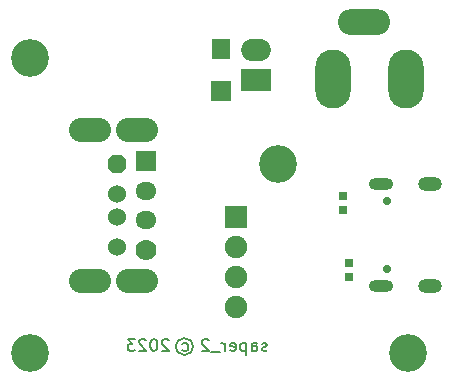
<source format=gbr>
%TF.GenerationSoftware,KiCad,Pcbnew,7.0.2*%
%TF.CreationDate,2023-11-10T23:30:57+01:00*%
%TF.ProjectId,PoweredUSB-Adapter,506f7765-7265-4645-9553-422d41646170,rev?*%
%TF.SameCoordinates,Original*%
%TF.FileFunction,Soldermask,Bot*%
%TF.FilePolarity,Negative*%
%FSLAX46Y46*%
G04 Gerber Fmt 4.6, Leading zero omitted, Abs format (unit mm)*
G04 Created by KiCad (PCBNEW 7.0.2) date 2023-11-10 23:30:57*
%MOMM*%
%LPD*%
G01*
G04 APERTURE LIST*
G04 Aperture macros list*
%AMOutline5P*
0 Free polygon, 5 corners , with rotation*
0 The origin of the aperture is its center*
0 number of corners: always 5*
0 $1 to $10 corner X, Y*
0 $11 Rotation angle, in degrees counterclockwise*
0 create outline with 5 corners*
4,1,5,$1,$2,$3,$4,$5,$6,$7,$8,$9,$10,$1,$2,$11*%
%AMOutline6P*
0 Free polygon, 6 corners , with rotation*
0 The origin of the aperture is its center*
0 number of corners: always 6*
0 $1 to $12 corner X, Y*
0 $13 Rotation angle, in degrees counterclockwise*
0 create outline with 6 corners*
4,1,6,$1,$2,$3,$4,$5,$6,$7,$8,$9,$10,$11,$12,$1,$2,$13*%
%AMOutline7P*
0 Free polygon, 7 corners , with rotation*
0 The origin of the aperture is its center*
0 number of corners: always 7*
0 $1 to $14 corner X, Y*
0 $15 Rotation angle, in degrees counterclockwise*
0 create outline with 7 corners*
4,1,7,$1,$2,$3,$4,$5,$6,$7,$8,$9,$10,$11,$12,$13,$14,$1,$2,$15*%
%AMOutline8P*
0 Free polygon, 8 corners , with rotation*
0 The origin of the aperture is its center*
0 number of corners: always 8*
0 $1 to $16 corner X, Y*
0 $17 Rotation angle, in degrees counterclockwise*
0 create outline with 8 corners*
4,1,8,$1,$2,$3,$4,$5,$6,$7,$8,$9,$10,$11,$12,$13,$14,$15,$16,$1,$2,$17*%
G04 Aperture macros list end*
%ADD10C,0.150000*%
%ADD11C,0.203200*%
%ADD12R,1.905000X1.905000*%
%ADD13C,1.905000*%
%ADD14C,3.200000*%
%ADD15Outline8P,-0.762000X0.381000X-0.381000X0.762000X0.381000X0.762000X0.762000X0.381000X0.762000X-0.381000X0.381000X-0.762000X-0.381000X-0.762000X-0.762000X-0.381000X270.000000*%
%ADD16C,1.524000*%
%ADD17R,1.778000X1.778000*%
%ADD18O,1.778000X1.524000*%
%ADD19C,1.778000*%
%ADD20O,3.556000X2.032000*%
%ADD21O,3.000000X5.000000*%
%ADD22O,4.400000X2.200000*%
%ADD23C,0.700000*%
%ADD24O,2.100000X1.000000*%
%ADD25O,2.000000X1.200000*%
%ADD26R,2.500000X1.900000*%
%ADD27O,2.500000X1.900000*%
%ADD28R,0.640000X0.700000*%
%ADD29R,1.651000X1.778000*%
%ADD30R,1.625600X1.778000*%
G04 APERTURE END LIST*
D10*
X117808276Y-89450000D02*
G75*
G03*
X117808276Y-89450000I-708276J0D01*
G01*
D11*
X124098200Y-89777280D02*
X124001438Y-89825660D01*
X124001438Y-89825660D02*
X123807914Y-89825660D01*
X123807914Y-89825660D02*
X123711152Y-89777280D01*
X123711152Y-89777280D02*
X123662771Y-89680518D01*
X123662771Y-89680518D02*
X123662771Y-89632137D01*
X123662771Y-89632137D02*
X123711152Y-89535375D01*
X123711152Y-89535375D02*
X123807914Y-89486994D01*
X123807914Y-89486994D02*
X123953057Y-89486994D01*
X123953057Y-89486994D02*
X124049819Y-89438613D01*
X124049819Y-89438613D02*
X124098200Y-89341851D01*
X124098200Y-89341851D02*
X124098200Y-89293470D01*
X124098200Y-89293470D02*
X124049819Y-89196708D01*
X124049819Y-89196708D02*
X123953057Y-89148327D01*
X123953057Y-89148327D02*
X123807914Y-89148327D01*
X123807914Y-89148327D02*
X123711152Y-89196708D01*
X122791914Y-89825660D02*
X122791914Y-89293470D01*
X122791914Y-89293470D02*
X122840295Y-89196708D01*
X122840295Y-89196708D02*
X122937057Y-89148327D01*
X122937057Y-89148327D02*
X123130581Y-89148327D01*
X123130581Y-89148327D02*
X123227343Y-89196708D01*
X122791914Y-89777280D02*
X122888676Y-89825660D01*
X122888676Y-89825660D02*
X123130581Y-89825660D01*
X123130581Y-89825660D02*
X123227343Y-89777280D01*
X123227343Y-89777280D02*
X123275724Y-89680518D01*
X123275724Y-89680518D02*
X123275724Y-89583756D01*
X123275724Y-89583756D02*
X123227343Y-89486994D01*
X123227343Y-89486994D02*
X123130581Y-89438613D01*
X123130581Y-89438613D02*
X122888676Y-89438613D01*
X122888676Y-89438613D02*
X122791914Y-89390232D01*
X122308105Y-89148327D02*
X122308105Y-90164327D01*
X122308105Y-89196708D02*
X122211343Y-89148327D01*
X122211343Y-89148327D02*
X122017819Y-89148327D01*
X122017819Y-89148327D02*
X121921057Y-89196708D01*
X121921057Y-89196708D02*
X121872676Y-89245089D01*
X121872676Y-89245089D02*
X121824295Y-89341851D01*
X121824295Y-89341851D02*
X121824295Y-89632137D01*
X121824295Y-89632137D02*
X121872676Y-89728899D01*
X121872676Y-89728899D02*
X121921057Y-89777280D01*
X121921057Y-89777280D02*
X122017819Y-89825660D01*
X122017819Y-89825660D02*
X122211343Y-89825660D01*
X122211343Y-89825660D02*
X122308105Y-89777280D01*
X121001819Y-89777280D02*
X121098581Y-89825660D01*
X121098581Y-89825660D02*
X121292105Y-89825660D01*
X121292105Y-89825660D02*
X121388867Y-89777280D01*
X121388867Y-89777280D02*
X121437248Y-89680518D01*
X121437248Y-89680518D02*
X121437248Y-89293470D01*
X121437248Y-89293470D02*
X121388867Y-89196708D01*
X121388867Y-89196708D02*
X121292105Y-89148327D01*
X121292105Y-89148327D02*
X121098581Y-89148327D01*
X121098581Y-89148327D02*
X121001819Y-89196708D01*
X121001819Y-89196708D02*
X120953438Y-89293470D01*
X120953438Y-89293470D02*
X120953438Y-89390232D01*
X120953438Y-89390232D02*
X121437248Y-89486994D01*
X120518010Y-89825660D02*
X120518010Y-89148327D01*
X120518010Y-89341851D02*
X120469629Y-89245089D01*
X120469629Y-89245089D02*
X120421248Y-89196708D01*
X120421248Y-89196708D02*
X120324486Y-89148327D01*
X120324486Y-89148327D02*
X120227724Y-89148327D01*
X120130963Y-89922422D02*
X119356867Y-89922422D01*
X119163344Y-88906422D02*
X119114963Y-88858041D01*
X119114963Y-88858041D02*
X119018201Y-88809660D01*
X119018201Y-88809660D02*
X118776296Y-88809660D01*
X118776296Y-88809660D02*
X118679534Y-88858041D01*
X118679534Y-88858041D02*
X118631153Y-88906422D01*
X118631153Y-88906422D02*
X118582772Y-89003184D01*
X118582772Y-89003184D02*
X118582772Y-89099946D01*
X118582772Y-89099946D02*
X118631153Y-89245089D01*
X118631153Y-89245089D02*
X119211725Y-89825660D01*
X119211725Y-89825660D02*
X118582772Y-89825660D01*
X116937820Y-89777280D02*
X117034582Y-89825660D01*
X117034582Y-89825660D02*
X117228106Y-89825660D01*
X117228106Y-89825660D02*
X117324868Y-89777280D01*
X117324868Y-89777280D02*
X117373249Y-89728899D01*
X117373249Y-89728899D02*
X117421630Y-89632137D01*
X117421630Y-89632137D02*
X117421630Y-89341851D01*
X117421630Y-89341851D02*
X117373249Y-89245089D01*
X117373249Y-89245089D02*
X117324868Y-89196708D01*
X117324868Y-89196708D02*
X117228106Y-89148327D01*
X117228106Y-89148327D02*
X117034582Y-89148327D01*
X117034582Y-89148327D02*
X116937820Y-89196708D01*
X115776678Y-88906422D02*
X115728297Y-88858041D01*
X115728297Y-88858041D02*
X115631535Y-88809660D01*
X115631535Y-88809660D02*
X115389630Y-88809660D01*
X115389630Y-88809660D02*
X115292868Y-88858041D01*
X115292868Y-88858041D02*
X115244487Y-88906422D01*
X115244487Y-88906422D02*
X115196106Y-89003184D01*
X115196106Y-89003184D02*
X115196106Y-89099946D01*
X115196106Y-89099946D02*
X115244487Y-89245089D01*
X115244487Y-89245089D02*
X115825059Y-89825660D01*
X115825059Y-89825660D02*
X115196106Y-89825660D01*
X114567154Y-88809660D02*
X114470392Y-88809660D01*
X114470392Y-88809660D02*
X114373630Y-88858041D01*
X114373630Y-88858041D02*
X114325249Y-88906422D01*
X114325249Y-88906422D02*
X114276868Y-89003184D01*
X114276868Y-89003184D02*
X114228487Y-89196708D01*
X114228487Y-89196708D02*
X114228487Y-89438613D01*
X114228487Y-89438613D02*
X114276868Y-89632137D01*
X114276868Y-89632137D02*
X114325249Y-89728899D01*
X114325249Y-89728899D02*
X114373630Y-89777280D01*
X114373630Y-89777280D02*
X114470392Y-89825660D01*
X114470392Y-89825660D02*
X114567154Y-89825660D01*
X114567154Y-89825660D02*
X114663916Y-89777280D01*
X114663916Y-89777280D02*
X114712297Y-89728899D01*
X114712297Y-89728899D02*
X114760678Y-89632137D01*
X114760678Y-89632137D02*
X114809059Y-89438613D01*
X114809059Y-89438613D02*
X114809059Y-89196708D01*
X114809059Y-89196708D02*
X114760678Y-89003184D01*
X114760678Y-89003184D02*
X114712297Y-88906422D01*
X114712297Y-88906422D02*
X114663916Y-88858041D01*
X114663916Y-88858041D02*
X114567154Y-88809660D01*
X113841440Y-88906422D02*
X113793059Y-88858041D01*
X113793059Y-88858041D02*
X113696297Y-88809660D01*
X113696297Y-88809660D02*
X113454392Y-88809660D01*
X113454392Y-88809660D02*
X113357630Y-88858041D01*
X113357630Y-88858041D02*
X113309249Y-88906422D01*
X113309249Y-88906422D02*
X113260868Y-89003184D01*
X113260868Y-89003184D02*
X113260868Y-89099946D01*
X113260868Y-89099946D02*
X113309249Y-89245089D01*
X113309249Y-89245089D02*
X113889821Y-89825660D01*
X113889821Y-89825660D02*
X113260868Y-89825660D01*
X112922202Y-88809660D02*
X112293249Y-88809660D01*
X112293249Y-88809660D02*
X112631916Y-89196708D01*
X112631916Y-89196708D02*
X112486773Y-89196708D01*
X112486773Y-89196708D02*
X112390011Y-89245089D01*
X112390011Y-89245089D02*
X112341630Y-89293470D01*
X112341630Y-89293470D02*
X112293249Y-89390232D01*
X112293249Y-89390232D02*
X112293249Y-89632137D01*
X112293249Y-89632137D02*
X112341630Y-89728899D01*
X112341630Y-89728899D02*
X112390011Y-89777280D01*
X112390011Y-89777280D02*
X112486773Y-89825660D01*
X112486773Y-89825660D02*
X112777059Y-89825660D01*
X112777059Y-89825660D02*
X112873821Y-89777280D01*
X112873821Y-89777280D02*
X112922202Y-89728899D01*
D12*
%TO.C,J2*%
X121484200Y-78500000D03*
D13*
X121484200Y-81040000D03*
X121484200Y-83580000D03*
X121484200Y-86120000D03*
%TD*%
D14*
%TO.C,MH4*%
X136000000Y-90000000D03*
%TD*%
D15*
%TO.C,CN1*%
X111405000Y-74000000D03*
D16*
X111405000Y-76500000D03*
X111405000Y-78500000D03*
X111405000Y-81000000D03*
D17*
X113835000Y-73750000D03*
D18*
X113835000Y-76250000D03*
X113835000Y-78750000D03*
D19*
X113835000Y-81250000D03*
D20*
X113095000Y-71100000D03*
X109095000Y-71100000D03*
X113095000Y-83900000D03*
X109095000Y-83900000D03*
%TD*%
D21*
%TO.C,J1*%
X129684200Y-66800000D03*
X135884200Y-66800000D03*
D22*
X132284200Y-62000000D03*
%TD*%
D14*
%TO.C,MH2*%
X104000000Y-90000000D03*
%TD*%
%TO.C,MH1*%
X104000000Y-65000000D03*
%TD*%
D23*
%TO.C,CN4*%
X134220000Y-82890000D03*
X134220000Y-77110000D03*
D24*
X133720000Y-84320000D03*
D25*
X137900000Y-84320000D03*
D24*
X133720000Y-75680000D03*
D25*
X137900000Y-75680000D03*
%TD*%
D14*
%TO.C,MH3*%
X125000000Y-74000000D03*
%TD*%
D26*
%TO.C,J3*%
X123184200Y-66850000D03*
D27*
X123184200Y-64350000D03*
%TD*%
D28*
%TO.C,R2*%
X131050000Y-83584200D03*
X131050000Y-82390400D03*
%TD*%
%TO.C,R3*%
X130550000Y-76665800D03*
X130550000Y-77859600D03*
%TD*%
D29*
%TO.C,D1*%
X120184200Y-67778000D03*
D30*
X120184200Y-64222000D03*
%TD*%
M02*

</source>
